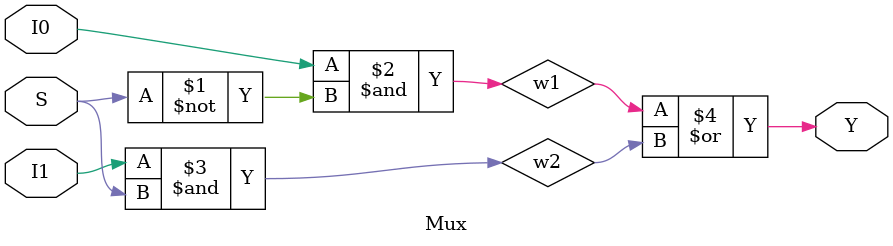
<source format=v>
module Mux(input I0,I1,S, output Y);
       wire w1,w2;
       and a1(w1,I0,(~S));
       and a2(w2,I1,S);
       or o1(Y,w1,w2);
         endmodule
</source>
